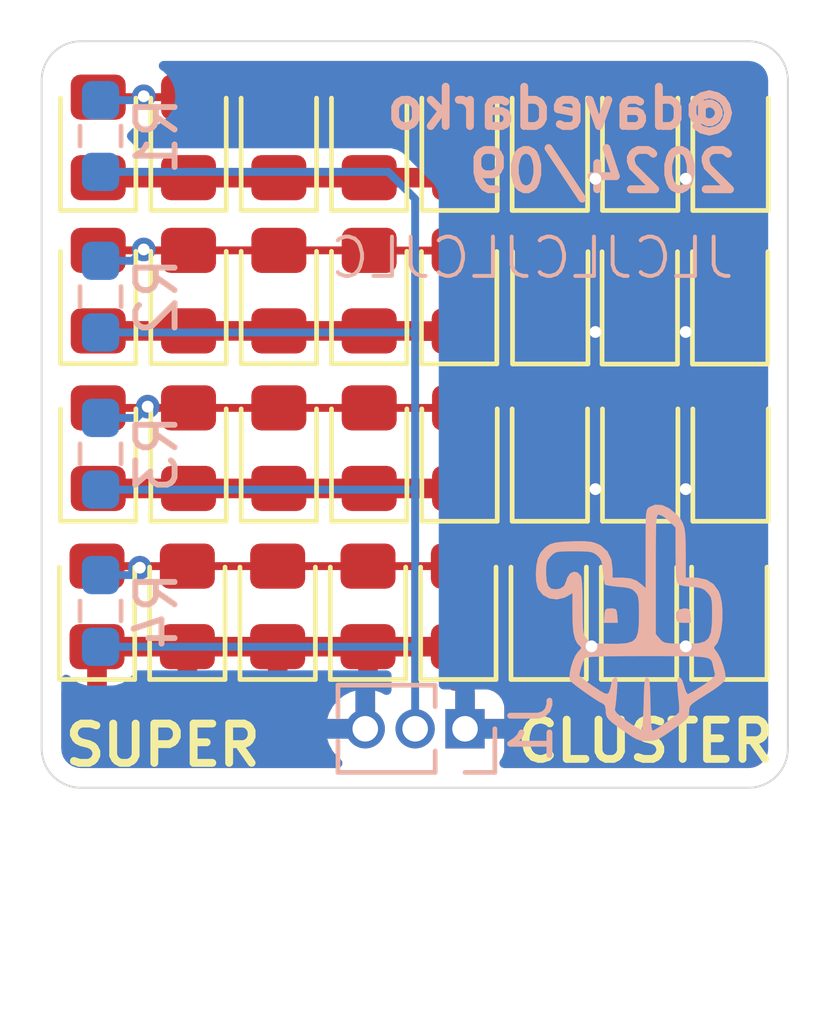
<source format=kicad_pcb>
(kicad_pcb (version 20240108) (generator "pcbnew") (generator_version "8.0")
  (layers (0 "F.Cu" signal) (31 "B.Cu" signal) (34 "B.Paste" user) (35 "F.Paste" user) (36 "B.SilkS" user "B.Silkscreen") (37 "F.SilkS" user "F.Silkscreen") (38 "B.Mask" user) (39 "F.Mask" user) (44 "Edge.Cuts" user))
  (net 0 "")
  (net 1 "Net-(D1-A)")
  (net 2 "GND")
  (net 3 "VCC")
  (net 4 "Net-(D10-A)")
  (net 5 "Net-(D17-A)")
  (net 6 "Net-(D25-A)")
  (footprint "LED_SMD:LED_0805_2012Metric_Pad1.15x1.40mm_HandSolder" (layer "F.Cu") (at 18.04 10.8575 90)
    (property "Reference" "D24" (hide yes))
    (property "Value" "LED")
    (fp_line (start 1 -0.96) (end -1.86 -0.96) (stroke (width 0.12)) (layer "F.SilkS"))
    (fp_line (start -1.86 -0.96) (end -1.86 0.96) (stroke (width 0.12)) (layer "F.SilkS"))
    (fp_line (start -1.86 0.96) (end 1 0.96) (stroke (width 0.12)) (layer "F.SilkS"))
    (pad "1" smd roundrect (at -1.025 0 90) (size 1.15 1.4) (layers "F.Cu" "F.Paste" "F.Mask") (roundrect_rratio 0.217391) (net 2 "GND"))
    (pad "2" smd roundrect (at 1.025 0 90) (size 1.15 1.4) (layers "F.Cu" "F.Paste" "F.Mask") (roundrect_rratio 0.217391) (net 5 "Net-(D17-A)"))
  )
  (footprint "LED_SMD:LED_0805_2012Metric_Pad1.15x1.40mm_HandSolder" (layer "F.Cu") (at 11.14 2.9475 90)
    (property "Reference" "D5" (hide yes))
    (property "Value" "LED")
    (fp_line (start 1 -0.96) (end -1.86 -0.96) (stroke (width 0.12)) (layer "F.SilkS"))
    (fp_line (start -1.86 -0.96) (end -1.86 0.96) (stroke (width 0.12)) (layer "F.SilkS"))
    (fp_line (start -1.86 0.96) (end 1 0.96) (stroke (width 0.12)) (layer "F.SilkS"))
    (pad "1" smd roundrect (at -1.025 0 90) (size 1.15 1.4) (layers "F.Cu" "F.Paste" "F.Mask") (roundrect_rratio 0.217391) (net 2 "GND"))
    (pad "2" smd roundrect (at 1.025 0 90) (size 1.15 1.4) (layers "F.Cu" "F.Paste" "F.Mask") (roundrect_rratio 0.217391) (net 1 "Net-(D1-A)"))
  )
  (footprint "LED_SMD:LED_0805_2012Metric_Pad1.15x1.40mm_HandSolder" (layer "F.Cu") (at 1.94 2.9475 90)
    (property "Reference" "D1" (hide yes))
    (property "Value" "LED")
    (fp_line (start 1 -0.96) (end -1.86 -0.96) (stroke (width 0.12)) (layer "F.SilkS"))
    (fp_line (start -1.86 -0.96) (end -1.86 0.96) (stroke (width 0.12)) (layer "F.SilkS"))
    (fp_line (start -1.86 0.96) (end 1 0.96) (stroke (width 0.12)) (layer "F.SilkS"))
    (pad "1" smd roundrect (at -1.025 0 90) (size 1.15 1.4) (layers "F.Cu" "F.Paste" "F.Mask") (roundrect_rratio 0.217391) (net 2 "GND"))
    (pad "2" smd roundrect (at 1.025 0 90) (size 1.15 1.4) (layers "F.Cu" "F.Paste" "F.Mask") (roundrect_rratio 0.217391) (net 1 "Net-(D1-A)"))
  )
  (footprint "LED_SMD:LED_0805_2012Metric_Pad1.15x1.40mm_HandSolder" (layer "F.Cu") (at 6.54 6.8475 90)
    (property "Reference" "D11" (hide yes))
    (property "Value" "LED")
    (fp_line (start 1 -0.96) (end -1.86 -0.96) (stroke (width 0.12)) (layer "F.SilkS"))
    (fp_line (start -1.86 -0.96) (end -1.86 0.96) (stroke (width 0.12)) (layer "F.SilkS"))
    (fp_line (start -1.86 0.96) (end 1 0.96) (stroke (width 0.12)) (layer "F.SilkS"))
    (pad "1" smd roundrect (at -1.025 0 90) (size 1.15 1.4) (layers "F.Cu" "F.Paste" "F.Mask") (roundrect_rratio 0.217391) (net 2 "GND"))
    (pad "2" smd roundrect (at 1.025 0 90) (size 1.15 1.4) (layers "F.Cu" "F.Paste" "F.Mask") (roundrect_rratio 0.217391) (net 4 "Net-(D10-A)"))
  )
  (footprint "LED_SMD:LED_0805_2012Metric_Pad1.15x1.40mm_HandSolder" (layer "F.Cu") (at 11.14 10.8575 90)
    (property "Reference" "D21" (hide yes))
    (property "Value" "LED")
    (fp_line (start 1 -0.96) (end -1.86 -0.96) (stroke (width 0.12)) (layer "F.SilkS"))
    (fp_line (start -1.86 -0.96) (end -1.86 0.96) (stroke (width 0.12)) (layer "F.SilkS"))
    (fp_line (start -1.86 0.96) (end 1 0.96) (stroke (width 0.12)) (layer "F.SilkS"))
    (pad "1" smd roundrect (at -1.025 0 90) (size 1.15 1.4) (layers "F.Cu" "F.Paste" "F.Mask") (roundrect_rratio 0.217391) (net 2 "GND"))
    (pad "2" smd roundrect (at 1.025 0 90) (size 1.15 1.4) (layers "F.Cu" "F.Paste" "F.Mask") (roundrect_rratio 0.217391) (net 5 "Net-(D17-A)"))
  )
  (footprint "LED_SMD:LED_0805_2012Metric_Pad1.15x1.40mm_HandSolder" (layer "F.Cu") (at 4.24 6.8475 90)
    (property "Reference" "D10" (hide yes))
    (property "Value" "LED")
    (fp_line (start 1 -0.96) (end -1.86 -0.96) (stroke (width 0.12)) (layer "F.SilkS"))
    (fp_line (start -1.86 -0.96) (end -1.86 0.96) (stroke (width 0.12)) (layer "F.SilkS"))
    (fp_line (start -1.86 0.96) (end 1 0.96) (stroke (width 0.12)) (layer "F.SilkS"))
    (pad "1" smd roundrect (at -1.025 0 90) (size 1.15 1.4) (layers "F.Cu" "F.Paste" "F.Mask") (roundrect_rratio 0.217391) (net 2 "GND"))
    (pad "2" smd roundrect (at 1.025 0 90) (size 1.15 1.4) (layers "F.Cu" "F.Paste" "F.Mask") (roundrect_rratio 0.217391) (net 4 "Net-(D10-A)"))
  )
  (footprint "LED_SMD:LED_0805_2012Metric_Pad1.15x1.40mm_HandSolder" (layer "F.Cu") (at 1.94 6.8475 90)
    (property "Reference" "D9" (hide yes))
    (property "Value" "LED")
    (fp_line (start 1 -0.96) (end -1.86 -0.96) (stroke (width 0.12)) (layer "F.SilkS"))
    (fp_line (start -1.86 -0.96) (end -1.86 0.96) (stroke (width 0.12)) (layer "F.SilkS"))
    (fp_line (start -1.86 0.96) (end 1 0.96) (stroke (width 0.12)) (layer "F.SilkS"))
    (pad "1" smd roundrect (at -1.025 0 90) (size 1.15 1.4) (layers "F.Cu" "F.Paste" "F.Mask") (roundrect_rratio 0.217391) (net 2 "GND"))
    (pad "2" smd roundrect (at 1.025 0 90) (size 1.15 1.4) (layers "F.Cu" "F.Paste" "F.Mask") (roundrect_rratio 0.217391) (net 4 "Net-(D10-A)"))
  )
  (footprint "LED_SMD:LED_0805_2012Metric_Pad1.15x1.40mm_HandSolder" (layer "F.Cu") (at 6.51 14.885 90)
    (property "Reference" "D27" (hide yes))
    (property "Value" "LED")
    (fp_line (start 1 -0.96) (end -1.86 -0.96) (stroke (width 0.12)) (layer "F.SilkS"))
    (fp_line (start -1.86 -0.96) (end -1.86 0.96) (stroke (width 0.12)) (layer "F.SilkS"))
    (fp_line (start -1.86 0.96) (end 1 0.96) (stroke (width 0.12)) (layer "F.SilkS"))
    (pad "1" smd roundrect (at -1.025 0 90) (size 1.15 1.4) (layers "F.Cu" "F.Paste" "F.Mask") (roundrect_rratio 0.217391) (net 2 "GND"))
    (pad "2" smd roundrect (at 1.025 0 90) (size 1.15 1.4) (layers "F.Cu" "F.Paste" "F.Mask") (roundrect_rratio 0.217391) (net 6 "Net-(D25-A)"))
  )
  (footprint "LED_SMD:LED_0805_2012Metric_Pad1.15x1.40mm_HandSolder" (layer "F.Cu") (at 15.73 6.8575 90)
    (property "Reference" "D15" (hide yes))
    (property "Value" "LED")
    (fp_line (start 1 -0.96) (end -1.86 -0.96) (stroke (width 0.12)) (layer "F.SilkS"))
    (fp_line (start -1.86 -0.96) (end -1.86 0.96) (stroke (width 0.12)) (layer "F.SilkS"))
    (fp_line (start -1.86 0.96) (end 1 0.96) (stroke (width 0.12)) (layer "F.SilkS"))
    (pad "1" smd roundrect (at -1.025 0 90) (size 1.15 1.4) (layers "F.Cu" "F.Paste" "F.Mask") (roundrect_rratio 0.217391) (net 2 "GND"))
    (pad "2" smd roundrect (at 1.025 0 90) (size 1.15 1.4) (layers "F.Cu" "F.Paste" "F.Mask") (roundrect_rratio 0.217391) (net 4 "Net-(D10-A)"))
  )
  (footprint "LED_SMD:LED_0805_2012Metric_Pad1.15x1.40mm_HandSolder" (layer "F.Cu") (at 15.74 10.8575 90)
    (property "Reference" "D23" (hide yes))
    (property "Value" "LED")
    (fp_line (start 1 -0.96) (end -1.86 -0.96) (stroke (width 0.12)) (layer "F.SilkS"))
    (fp_line (start -1.86 -0.96) (end -1.86 0.96) (stroke (width 0.12)) (layer "F.SilkS"))
    (fp_line (start -1.86 0.96) (end 1 0.96) (stroke (width 0.12)) (layer "F.SilkS"))
    (pad "1" smd roundrect (at -1.025 0 90) (size 1.15 1.4) (layers "F.Cu" "F.Paste" "F.Mask") (roundrect_rratio 0.217391) (net 2 "GND"))
    (pad "2" smd roundrect (at 1.025 0 90) (size 1.15 1.4) (layers "F.Cu" "F.Paste" "F.Mask") (roundrect_rratio 0.217391) (net 5 "Net-(D17-A)"))
  )
  (footprint "LED_SMD:LED_0805_2012Metric_Pad1.15x1.40mm_HandSolder" (layer "F.Cu") (at 13.41 14.885 90)
    (property "Reference" "D30" (hide yes))
    (property "Value" "LED")
    (fp_line (start 1 -0.96) (end -1.86 -0.96) (stroke (width 0.12)) (layer "F.SilkS"))
    (fp_line (start -1.86 -0.96) (end -1.86 0.96) (stroke (width 0.12)) (layer "F.SilkS"))
    (fp_line (start -1.86 0.96) (end 1 0.96) (stroke (width 0.12)) (layer "F.SilkS"))
    (pad "1" smd roundrect (at -1.025 0 90) (size 1.15 1.4) (layers "F.Cu" "F.Paste" "F.Mask") (roundrect_rratio 0.217391) (net 2 "GND"))
    (pad "2" smd roundrect (at 1.025 0 90) (size 1.15 1.4) (layers "F.Cu" "F.Paste" "F.Mask") (roundrect_rratio 0.217391) (net 6 "Net-(D25-A)"))
  )
  (footprint "LED_SMD:LED_0805_2012Metric_Pad1.15x1.40mm_HandSolder" (layer "F.Cu") (at 15.74 2.9475 90)
    (property "Reference" "D7" (hide yes))
    (property "Value" "LED")
    (fp_line (start 1 -0.96) (end -1.86 -0.96) (stroke (width 0.12)) (layer "F.SilkS"))
    (fp_line (start -1.86 -0.96) (end -1.86 0.96) (stroke (width 0.12)) (layer "F.SilkS"))
    (fp_line (start -1.86 0.96) (end 1 0.96) (stroke (width 0.12)) (layer "F.SilkS"))
    (pad "1" smd roundrect (at -1.025 0 90) (size 1.15 1.4) (layers "F.Cu" "F.Paste" "F.Mask") (roundrect_rratio 0.217391) (net 2 "GND"))
    (pad "2" smd roundrect (at 1.025 0 90) (size 1.15 1.4) (layers "F.Cu" "F.Paste" "F.Mask") (roundrect_rratio 0.217391) (net 1 "Net-(D1-A)"))
  )
  (footprint "LED_SMD:LED_0805_2012Metric_Pad1.15x1.40mm_HandSolder" (layer "F.Cu") (at 4.21 14.885 90)
    (property "Reference" "D26" (hide yes))
    (property "Value" "LED")
    (fp_line (start 1 -0.96) (end -1.86 -0.96) (stroke (width 0.12)) (layer "F.SilkS"))
    (fp_line (start -1.86 -0.96) (end -1.86 0.96) (stroke (width 0.12)) (layer "F.SilkS"))
    (fp_line (start -1.86 0.96) (end 1 0.96) (stroke (width 0.12)) (layer "F.SilkS"))
    (pad "1" smd roundrect (at -1.025 0 90) (size 1.15 1.4) (layers "F.Cu" "F.Paste" "F.Mask") (roundrect_rratio 0.217391) (net 2 "GND"))
    (pad "2" smd roundrect (at 1.025 0 90) (size 1.15 1.4) (layers "F.Cu" "F.Paste" "F.Mask") (roundrect_rratio 0.217391) (net 6 "Net-(D25-A)"))
  )
  (footprint "LED_SMD:LED_0805_2012Metric_Pad1.15x1.40mm_HandSolder" (layer "F.Cu") (at 11.13 6.8525 90)
    (property "Reference" "D13" (hide yes))
    (property "Value" "LED")
    (fp_line (start 1 -0.96) (end -1.86 -0.96) (stroke (width 0.12)) (layer "F.SilkS"))
    (fp_line (start -1.86 -0.96) (end -1.86 0.96) (stroke (width 0.12)) (layer "F.SilkS"))
    (fp_line (start -1.86 0.96) (end 1 0.96) (stroke (width 0.12)) (layer "F.SilkS"))
    (pad "1" smd roundrect (at -1.025 0 90) (size 1.15 1.4) (layers "F.Cu" "F.Paste" "F.Mask") (roundrect_rratio 0.217391) (net 2 "GND"))
    (pad "2" smd roundrect (at 1.025 0 90) (size 1.15 1.4) (layers "F.Cu" "F.Paste" "F.Mask") (roundrect_rratio 0.217391) (net 4 "Net-(D10-A)"))
  )
  (footprint "LED_SMD:LED_0805_2012Metric_Pad1.15x1.40mm_HandSolder" (layer "F.Cu") (at 4.24 2.9475 90)
    (property "Reference" "D2" (hide yes))
    (property "Value" "LED")
    (fp_line (start 1 -0.96) (end -1.86 -0.96) (stroke (width 0.12)) (layer "F.SilkS"))
    (fp_line (start -1.86 -0.96) (end -1.86 0.96) (stroke (width 0.12)) (layer "F.SilkS"))
    (fp_line (start -1.86 0.96) (end 1 0.96) (stroke (width 0.12)) (layer "F.SilkS"))
    (pad "1" smd roundrect (at -1.025 0 90) (size 1.15 1.4) (layers "F.Cu" "F.Paste" "F.Mask") (roundrect_rratio 0.217391) (net 2 "GND"))
    (pad "2" smd roundrect (at 1.025 0 90) (size 1.15 1.4) (layers "F.Cu" "F.Paste" "F.Mask") (roundrect_rratio 0.217391) (net 1 "Net-(D1-A)"))
  )
  (footprint "LED_SMD:LED_0805_2012Metric_Pad1.15x1.40mm_HandSolder" (layer "F.Cu") (at 6.54 10.8575 90)
    (property "Reference" "D19" (hide yes))
    (property "Value" "LED")
    (fp_line (start 1 -0.96) (end -1.86 -0.96) (stroke (width 0.12)) (layer "F.SilkS"))
    (fp_line (start -1.86 -0.96) (end -1.86 0.96) (stroke (width 0.12)) (layer "F.SilkS"))
    (fp_line (start -1.86 0.96) (end 1 0.96) (stroke (width 0.12)) (layer "F.SilkS"))
    (pad "1" smd roundrect (at -1.025 0 90) (size 1.15 1.4) (layers "F.Cu" "F.Paste" "F.Mask") (roundrect_rratio 0.217391) (net 2 "GND"))
    (pad "2" smd roundrect (at 1.025 0 90) (size 1.15 1.4) (layers "F.Cu" "F.Paste" "F.Mask") (roundrect_rratio 0.217391) (net 5 "Net-(D17-A)"))
  )
  (footprint "LED_SMD:LED_0805_2012Metric_Pad1.15x1.40mm_HandSolder" (layer "F.Cu") (at 11.11 14.885 90)
    (property "Reference" "D29" (hide yes))
    (property "Value" "LED")
    (fp_line (start 1 -0.96) (end -1.86 -0.96) (stroke (width 0.12)) (layer "F.SilkS"))
    (fp_line (start -1.86 -0.96) (end -1.86 0.96) (stroke (width 0.12)) (layer "F.SilkS"))
    (fp_line (start -1.86 0.96) (end 1 0.96) (stroke (width 0.12)) (layer "F.SilkS"))
    (pad "1" smd roundrect (at -1.025 0 90) (size 1.15 1.4) (layers "F.Cu" "F.Paste" "F.Mask") (roundrect_rratio 0.217391) (net 2 "GND"))
    (pad "2" smd roundrect (at 1.025 0 90) (size 1.15 1.4) (layers "F.Cu" "F.Paste" "F.Mask") (roundrect_rratio 0.217391) (net 6 "Net-(D25-A)"))
  )
  (footprint "LED_SMD:LED_0805_2012Metric_Pad1.15x1.40mm_HandSolder" (layer "F.Cu") (at 13.44 10.8575 90)
    (property "Reference" "D22" (hide yes))
    (property "Value" "LED")
    (fp_line (start 1 -0.96) (end -1.86 -0.96) (stroke (width 0.12)) (layer "F.SilkS"))
    (fp_line (start -1.86 -0.96) (end -1.86 0.96) (stroke (width 0.12)) (layer "F.SilkS"))
    (fp_line (start -1.86 0.96) (end 1 0.96) (stroke (width 0.12)) (layer "F.SilkS"))
    (pad "1" smd roundrect (at -1.025 0 90) (size 1.15 1.4) (layers "F.Cu" "F.Paste" "F.Mask") (roundrect_rratio 0.217391) (net 2 "GND"))
    (pad "2" smd roundrect (at 1.025 0 90) (size 1.15 1.4) (layers "F.Cu" "F.Paste" "F.Mask") (roundrect_rratio 0.217391) (net 5 "Net-(D17-A)"))
  )
  (footprint "LED_SMD:LED_0805_2012Metric_Pad1.15x1.40mm_HandSolder" (layer "F.Cu") (at 8.81 14.885 90)
    (property "Reference" "D28" (hide yes))
    (property "Value" "LED")
    (fp_line (start 1 -0.96) (end -1.86 -0.96) (stroke (width 0.12)) (layer "F.SilkS"))
    (fp_line (start -1.86 -0.96) (end -1.86 0.96) (stroke (width 0.12)) (layer "F.SilkS"))
    (fp_line (start -1.86 0.96) (end 1 0.96) (stroke (width 0.12)) (layer "F.SilkS"))
    (pad "1" smd roundrect (at -1.025 0 90) (size 1.15 1.4) (layers "F.Cu" "F.Paste" "F.Mask") (roundrect_rratio 0.217391) (net 2 "GND"))
    (pad "2" smd roundrect (at 1.025 0 90) (size 1.15 1.4) (layers "F.Cu" "F.Paste" "F.Mask") (roundrect_rratio 0.217391) (net 6 "Net-(D25-A)"))
  )
  (footprint "LED_SMD:LED_0805_2012Metric_Pad1.15x1.40mm_HandSolder" (layer "F.Cu") (at 13.44 2.9475 90)
    (property "Reference" "D6" (hide yes))
    (property "Value" "LED")
    (fp_line (start 1 -0.96) (end -1.86 -0.96) (stroke (width 0.12)) (layer "F.SilkS"))
    (fp_line (start -1.86 -0.96) (end -1.86 0.96) (stroke (width 0.12)) (layer "F.SilkS"))
    (fp_line (start -1.86 0.96) (end 1 0.96) (stroke (width 0.12)) (layer "F.SilkS"))
    (pad "1" smd roundrect (at -1.025 0 90) (size 1.15 1.4) (layers "F.Cu" "F.Paste" "F.Mask") (roundrect_rratio 0.217391) (net 2 "GND"))
    (pad "2" smd roundrect (at 1.025 0 90) (size 1.15 1.4) (layers "F.Cu" "F.Paste" "F.Mask") (roundrect_rratio 0.217391) (net 1 "Net-(D1-A)"))
  )
  (footprint "LED_SMD:LED_0805_2012Metric_Pad1.15x1.40mm_HandSolder" (layer "F.Cu") (at 6.54 2.9475 90)
    (property "Reference" "D3" (hide yes))
    (property "Value" "LED")
    (fp_line (start 1 -0.96) (end -1.86 -0.96) (stroke (width 0.12)) (layer "F.SilkS"))
    (fp_line (start -1.86 -0.96) (end -1.86 0.96) (stroke (width 0.12)) (layer "F.SilkS"))
    (fp_line (start -1.86 0.96) (end 1 0.96) (stroke (width 0.12)) (layer "F.SilkS"))
    (pad "1" smd roundrect (at -1.025 0 90) (size 1.15 1.4) (layers "F.Cu" "F.Paste" "F.Mask") (roundrect_rratio 0.217391) (net 2 "GND"))
    (pad "2" smd roundrect (at 1.025 0 90) (size 1.15 1.4) (layers "F.Cu" "F.Paste" "F.Mask") (roundrect_rratio 0.217391) (net 1 "Net-(D1-A)"))
  )
  (footprint "LED_SMD:LED_0805_2012Metric_Pad1.15x1.40mm_HandSolder" (layer "F.Cu") (at 1.91 14.885 90)
    (property "Reference" "D25" (hide yes))
    (property "Value" "LED")
    (fp_line (start 1 -0.96) (end -1.86 -0.96) (stroke (width 0.12)) (layer "F.SilkS"))
    (fp_line (start -1.86 -0.96) (end -1.86 0.96) (stroke (width 0.12)) (layer "F.SilkS"))
    (fp_line (start -1.86 0.96) (end 1 0.96) (stroke (width 0.12)) (layer "F.SilkS"))
    (pad "1" smd roundrect (at -1.025 0 90) (size 1.15 1.4) (layers "F.Cu" "F.Paste" "F.Mask") (roundrect_rratio 0.217391) (net 2 "GND"))
    (pad "2" smd roundrect (at 1.025 0 90) (size 1.15 1.4) (layers "F.Cu" "F.Paste" "F.Mask") (roundrect_rratio 0.217391) (net 6 "Net-(D25-A)"))
  )
  (footprint "LED_SMD:LED_0805_2012Metric_Pad1.15x1.40mm_HandSolder" (layer "F.Cu") (at 18.01 14.885 90)
    (property "Reference" "D32" (hide yes))
    (property "Value" "LED")
    (fp_line (start 1 -0.96) (end -1.86 -0.96) (stroke (width 0.12)) (layer "F.SilkS"))
    (fp_line (start -1.86 -0.96) (end -1.86 0.96) (stroke (width 0.12)) (layer "F.SilkS"))
    (fp_line (start -1.86 0.96) (end 1 0.96) (stroke (width 0.12)) (layer "F.SilkS"))
    (pad "1" smd roundrect (at -1.025 0 90) (size 1.15 1.4) (layers "F.Cu" "F.Paste" "F.Mask") (roundrect_rratio 0.217391) (net 2 "GND"))
    (pad "2" smd roundrect (at 1.025 0 90) (size 1.15 1.4) (layers "F.Cu" "F.Paste" "F.Mask") (roundrect_rratio 0.217391) (net 6 "Net-(D25-A)"))
  )
  (footprint "LED_SMD:LED_0805_2012Metric_Pad1.15x1.40mm_HandSolder" (layer "F.Cu") (at 13.45 6.855 90)
    (property "Reference" "D14" (hide yes))
    (property "Value" "LED")
    (fp_line (start 1 -0.96) (end -1.86 -0.96) (stroke (width 0.12)) (layer "F.SilkS"))
    (fp_line (start -1.86 -0.96) (end -1.86 0.96) (stroke (width 0.12)) (layer "F.SilkS"))
    (fp_line (start -1.86 0.96) (end 1 0.96) (stroke (width 0.12)) (layer "F.SilkS"))
    (pad "1" smd roundrect (at -1.025 0 90) (size 1.15 1.4) (layers "F.Cu" "F.Paste" "F.Mask") (roundrect_rratio 0.217391) (net 2 "GND"))
    (pad "2" smd roundrect (at 1.025 0 90) (size 1.15 1.4) (layers "F.Cu" "F.Paste" "F.Mask") (roundrect_rratio 0.217391) (net 4 "Net-(D10-A)"))
  )
  (footprint "LED_SMD:LED_0805_2012Metric_Pad1.15x1.40mm_HandSolder" (layer "F.Cu") (at 18.04 2.9475 90)
    (property "Reference" "D8" (hide yes))
    (property "Value" "LED")
    (fp_line (start 1 -0.96) (end -1.86 -0.96) (stroke (width 0.12)) (layer "F.SilkS"))
    (fp_line (start -1.86 -0.96) (end -1.86 0.96) (stroke (width 0.12)) (layer "F.SilkS"))
    (fp_line (start -1.86 0.96) (end 1 0.96) (stroke (width 0.12)) (layer "F.SilkS"))
    (pad "1" smd roundrect (at -1.025 0 90) (size 1.15 1.4) (layers "F.Cu" "F.Paste" "F.Mask") (roundrect_rratio 0.217391) (net 2 "GND"))
    (pad "2" smd roundrect (at 1.025 0 90) (size 1.15 1.4) (layers "F.Cu" "F.Paste" "F.Mask") (roundrect_rratio 0.217391) (net 1 "Net-(D1-A)"))
  )
  (footprint "LED_SMD:LED_0805_2012Metric_Pad1.15x1.40mm_HandSolder" (layer "F.Cu") (at 4.24 10.8575 90)
    (property "Reference" "D18" (hide yes))
    (property "Value" "LED")
    (fp_line (start 1 -0.96) (end -1.86 -0.96) (stroke (width 0.12)) (layer "F.SilkS"))
    (fp_line (start -1.86 -0.96) (end -1.86 0.96) (stroke (width 0.12)) (layer "F.SilkS"))
    (fp_line (start -1.86 0.96) (end 1 0.96) (stroke (width 0.12)) (layer "F.SilkS"))
    (pad "1" smd roundrect (at -1.025 0 90) (size 1.15 1.4) (layers "F.Cu" "F.Paste" "F.Mask") (roundrect_rratio 0.217391) (net 2 "GND"))
    (pad "2" smd roundrect (at 1.025 0 90) (size 1.15 1.4) (layers "F.Cu" "F.Paste" "F.Mask") (roundrect_rratio 0.217391) (net 5 "Net-(D17-A)"))
  )
  (footprint "LED_SMD:LED_0805_2012Metric_Pad1.15x1.40mm_HandSolder" (layer "F.Cu") (at 8.84 2.9475 90)
    (property "Reference" "D4" (hide yes))
    (property "Value" "LED")
    (fp_line (start 1 -0.96) (end -1.86 -0.96) (stroke (width 0.12)) (layer "F.SilkS"))
    (fp_line (start -1.86 -0.96) (end -1.86 0.96) (stroke (width 0.12)) (layer "F.SilkS"))
    (fp_line (start -1.86 0.96) (end 1 0.96) (stroke (width 0.12)) (layer "F.SilkS"))
    (pad "1" smd roundrect (at -1.025 0 90) (size 1.15 1.4) (layers "F.Cu" "F.Paste" "F.Mask") (roundrect_rratio 0.217391) (net 2 "GND"))
    (pad "2" smd roundrect (at 1.025 0 90) (size 1.15 1.4) (layers "F.Cu" "F.Paste" "F.Mask") (roundrect_rratio 0.217391) (net 1 "Net-(D1-A)"))
  )
  (footprint "LED_SMD:LED_0805_2012Metric_Pad1.15x1.40mm_HandSolder" (layer "F.Cu") (at 8.84 6.8475 90)
    (property "Reference" "D12" (hide yes))
    (property "Value" "LED")
    (fp_line (start 1 -0.96) (end -1.86 -0.96) (stroke (width 0.12)) (layer "F.SilkS"))
    (fp_line (start -1.86 -0.96) (end -1.86 0.96) (stroke (width 0.12)) (layer "F.SilkS"))
    (fp_line (start -1.86 0.96) (end 1 0.96) (stroke (width 0.12)) (layer "F.SilkS"))
    (pad "1" smd roundrect (at -1.025 0 90) (size 1.15 1.4) (layers "F.Cu" "F.Paste" "F.Mask") (roundrect_rratio 0.217391) (net 2 "GND"))
    (pad "2" smd roundrect (at 1.025 0 90) (size 1.15 1.4) (layers "F.Cu" "F.Paste" "F.Mask") (roundrect_rratio 0.217391) (net 4 "Net-(D10-A)"))
  )
  (footprint "LED_SMD:LED_0805_2012Metric_Pad1.15x1.40mm_HandSolder" (layer "F.Cu") (at 18.03 6.8575 90)
    (property "Reference" "D16" (hide yes))
    (property "Value" "LED")
    (fp_line (start 1 -0.96) (end -1.86 -0.96) (stroke (width 0.12)) (layer "F.SilkS"))
    (fp_line (start -1.86 -0.96) (end -1.86 0.96) (stroke (width 0.12)) (layer "F.SilkS"))
    (fp_line (start -1.86 0.96) (end 1 0.96) (stroke (width 0.12)) (layer "F.SilkS"))
    (pad "1" smd roundrect (at -1.025 0 90) (size 1.15 1.4) (layers "F.Cu" "F.Paste" "F.Mask") (roundrect_rratio 0.217391) (net 2 "GND"))
    (pad "2" smd roundrect (at 1.025 0 90) (size 1.15 1.4) (layers "F.Cu" "F.Paste" "F.Mask") (roundrect_rratio 0.217391) (net 4 "Net-(D10-A)"))
  )
  (footprint "LED_SMD:LED_0805_2012Metric_Pad1.15x1.40mm_HandSolder" (layer "F.Cu") (at 1.94 10.8575 90)
    (property "Reference" "D17" (hide yes))
    (property "Value" "LED")
    (fp_line (start 1 -0.96) (end -1.86 -0.96) (stroke (width 0.12)) (layer "F.SilkS"))
    (fp_line (start -1.86 -0.96) (end -1.86 0.96) (stroke (width 0.12)) (layer "F.SilkS"))
    (fp_line (start -1.86 0.96) (end 1 0.96) (stroke (width 0.12)) (layer "F.SilkS"))
    (pad "1" smd roundrect (at -1.025 0 90) (size 1.15 1.4) (layers "F.Cu" "F.Paste" "F.Mask") (roundrect_rratio 0.217391) (net 2 "GND"))
    (pad "2" smd roundrect (at 1.025 0 90) (size 1.15 1.4) (layers "F.Cu" "F.Paste" "F.Mask") (roundrect_rratio 0.217391) (net 5 "Net-(D17-A)"))
  )
  (footprint "LED_SMD:LED_0805_2012Metric_Pad1.15x1.40mm_HandSolder" (layer "F.Cu") (at 15.71 14.885 90)
    (property "Reference" "D31" (hide yes))
    (property "Value" "LED")
    (fp_line (start 1 -0.96) (end -1.86 -0.96) (stroke (width 0.12)) (layer "F.SilkS"))
    (fp_line (start -1.86 -0.96) (end -1.86 0.96) (stroke (width 0.12)) (layer "F.SilkS"))
    (fp_line (start -1.86 0.96) (end 1 0.96) (stroke (width 0.12)) (layer "F.SilkS"))
    (pad "1" smd roundrect (at -1.025 0 90) (size 1.15 1.4) (layers "F.Cu" "F.Paste" "F.Mask") (roundrect_rratio 0.217391) (net 2 "GND"))
    (pad "2" smd roundrect (at 1.025 0 90) (size 1.15 1.4) (layers "F.Cu" "F.Paste" "F.Mask") (roundrect_rratio 0.217391) (net 6 "Net-(D25-A)"))
  )
  (footprint "LED_SMD:LED_0805_2012Metric_Pad1.15x1.40mm_HandSolder" (layer "F.Cu") (at 8.84 10.8575 90)
    (property "Reference" "D20" (hide yes))
    (property "Value" "LED")
    (fp_line (start 1 -0.96) (end -1.86 -0.96) (stroke (width 0.12)) (layer "F.SilkS"))
    (fp_line (start -1.86 -0.96) (end -1.86 0.96) (stroke (width 0.12)) (layer "F.SilkS"))
    (fp_line (start -1.86 0.96) (end 1 0.96) (stroke (width 0.12)) (layer "F.SilkS"))
    (pad "1" smd roundrect (at -1.025 0 90) (size 1.15 1.4) (layers "F.Cu" "F.Paste" "F.Mask") (roundrect_rratio 0.217391) (net 2 "GND"))
    (pad "2" smd roundrect (at 1.025 0 90) (size 1.15 1.4) (layers "F.Cu" "F.Paste" "F.Mask") (roundrect_rratio 0.217391) (net 5 "Net-(D17-A)"))
  )
  (footprint "Resistor_SMD:R_0603_1608Metric_Pad0.98x0.95mm_HandSolder" (layer "B.Cu") (at 2 7 90)
    (property "Reference" "R2" (at 0 1.43 90) (layer "B.SilkS") (effects (justify mirror)))
    (property "Value" "R")
    (fp_line (start 0.254724 -0.5225) (end -0.254724 -0.5225) (stroke (width 0.12)) (layer "B.SilkS"))
    (fp_line (start 0.254724 0.5225) (end -0.254724 0.5225) (stroke (width 0.12)) (layer "B.SilkS"))
    (pad "1" smd roundrect (at -0.9125 0 90) (size 0.975 0.95) (layers "B.Cu" "B.Paste" "B.Mask") (net 3 "VCC"))
    (pad "2" smd roundrect (at 0.9125 0 90) (size 0.975 0.95) (layers "B.Cu" "B.Paste" "B.Mask") (net 4 "Net-(D10-A)"))
  )
  (footprint "Resistor_SMD:R_0603_1608Metric_Pad0.98x0.95mm_HandSolder" (layer "B.Cu") (at 2 11 90)
    (property "Reference" "R3" (at 0 1.43 90) (layer "B.SilkS") (effects (justify mirror)))
    (property "Value" "R")
    (fp_line (start 0.254724 -0.5225) (end -0.254724 -0.5225) (stroke (width 0.12)) (layer "B.SilkS"))
    (fp_line (start 0.254724 0.5225) (end -0.254724 0.5225) (stroke (width 0.12)) (layer "B.SilkS"))
    (pad "1" smd roundrect (at -0.9125 0 90) (size 0.975 0.95) (layers "B.Cu" "B.Paste" "B.Mask") (net 3 "VCC"))
    (pad "2" smd roundrect (at 0.9125 0 90) (size 0.975 0.95) (layers "B.Cu" "B.Paste" "B.Mask") (net 5 "Net-(D17-A)"))
  )
  (footprint "Resistor_SMD:R_0603_1608Metric_Pad0.98x0.95mm_HandSolder" (layer "B.Cu") (at 2 2.9125 90)
    (property "Reference" "R1" (at 0 1.43 90) (layer "B.SilkS") (effects (justify mirror)))
    (property "Value" "R")
    (fp_line (start 0.254724 -0.5225) (end -0.254724 -0.5225) (stroke (width 0.12)) (layer "B.SilkS"))
    (fp_line (start 0.254724 0.5225) (end -0.254724 0.5225) (stroke (width 0.12)) (layer "B.SilkS"))
    (pad "1" smd roundrect (at -0.9125 0 90) (size 0.975 0.95) (layers "B.Cu" "B.Paste" "B.Mask") (net 3 "VCC"))
    (pad "2" smd roundrect (at 0.9125 0 90) (size 0.975 0.95) (layers "B.Cu" "B.Paste" "B.Mask") (net 1 "Net-(D1-A)"))
  )
  (footprint "Resistor_SMD:R_0603_1608Metric_Pad0.98x0.95mm_HandSolder" (layer "B.Cu") (at 2 15 90)
    (property "Reference" "R4" (at 0 1.43 90) (layer "B.SilkS") (effects (justify mirror)))
    (property "Value" "R")
    (fp_line (start 0.254724 -0.5225) (end -0.254724 -0.5225) (stroke (width 0.12)) (layer "B.SilkS"))
    (fp_line (start 0.254724 0.5225) (end -0.254724 0.5225) (stroke (width 0.12)) (layer "B.SilkS"))
    (pad "1" smd roundrect (at -0.9125 0 90) (size 0.975 0.95) (layers "B.Cu" "B.Paste" "B.Mask") (net 3 "VCC"))
    (pad "2" smd roundrect (at 0.9125 0 90) (size 0.975 0.95) (layers "B.Cu" "B.Paste" "B.Mask") (net 6 "Net-(D25-A)"))
  )
  (footprint "davedarko:davedarko_logo_silk_outline" (layer "B.Cu") (at 15.5 15.3 180)
    (property "Reference" "Ref**" (hide yes))
    (property "Value" "Val**" (hide yes))
    (fp_poly (pts (xy 0.601261 0.354649) (xy 0.646236 0.323337) (xy 0.664104 0.242256) (xy 0.669184 0.179917) (xy 0.682201 0) (xy 0.333798 0) (xy 0.346816 0.179917) (xy 0.359246 0.292707) (xy 0.388785 0.344569) (xy 0.456612 0.359142) (xy 0.508 0.359833) (xy 0.601261 0.354649)) (stroke (width 0.01)) (fill solid) (layer "B.SilkS"))
    (fp_poly (pts (xy -1.225178 0.332348) (xy -1.156659 0.252074) (xy -1.156377 0.122284) (xy -1.15874 0.112386) (xy -1.188279 0.039258) (xy -1.246032 0.007096) (xy -1.357907 0) (xy -1.528868 0) (xy -1.515851 0.179917) (xy -1.5033 0.292747) (xy -1.473815 0.344621) (xy -1.40683 0.359168) (xy -1.359281 0.359833) (xy -1.225178 0.332348)) (stroke (width 0.01)) (fill solid) (layer "B.SilkS"))
    (fp_poly (pts (xy -0.475086 2.939766) (xy -0.445363 2.916631) (xy -0.422667 2.88707) (xy -0.406052 2.840351) (xy -0.394569 2.765739) (xy -0.387271 2.652501) (xy -0.38321 2.489903) (xy -0.381439 2.267211) (xy -0.381009 1.973692) (xy -0.381 1.874054) (xy -0.381 0.874242) (xy -0.28575 0.960997) (xy -0.145494 1.067104) (xy 0.001808 1.123629) (xy 0.190337 1.142633) (xy 0.23005 1.143) (xy 0.465667 1.143) (xy 0.465667 1.356353) (xy 0.498547 1.609061) (xy 0.595652 1.810391) (xy 0.754683 1.956317) (xy 0.831739 1.996788) (xy 0.931201 2.034914) (xy 1.035305 2.058471) (xy 1.165749 2.069737) (xy 1.344234 2.070991) (xy 1.503448 2.067306) (xy 1.746902 2.055877) (xy 1.924691 2.03342) (xy 2.055732 1.992724) (xy 2.158939 1.926575) (xy 2.253228 1.827761) (xy 2.304367 1.761943) (xy 2.361332 1.636446) (xy 2.398118 1.457813) (xy 2.413149 1.255507) (xy 2.404846 1.05899) (xy 2.371634 0.897724) (xy 2.352992 0.853419) (xy 2.234215 0.708194) (xy 2.070257 0.620883) (xy 1.882064 0.596524) (xy 1.690582 0.64016) (xy 1.61925 0.67687) (xy 1.481667 0.760756) (xy 1.481667 0.252018) (xy 1.475347 -0.035964) (xy 1.454557 -0.25275) (xy 1.416544 -0.410994) (xy 1.358558 -0.523353) (xy 1.29959 -0.585718) (xy 1.259512 -0.630769) (xy 1.274614 -0.676049) (xy 1.333557 -0.733885) (xy 1.402547 -0.82818) (xy 1.46647 -0.969736) (xy 1.518061 -1.132461) (xy 1.550055 -1.290265) (xy 1.555188 -1.417058) (xy 1.539303 -1.47277) (xy 1.485455 -1.526718) (xy 1.378891 -1.612487) (xy 1.238537 -1.716776) (xy 1.083319 -1.826284) (xy 0.932161 -1.927709) (xy 0.80399 -2.007751) (xy 0.717731 -2.053109) (xy 0.709083 -2.056259) (xy 0.654904 -2.104812) (xy 0.635364 -2.214256) (xy 0.635 -2.23914) (xy 0.629878 -2.321185) (xy 0.607386 -2.391534) (xy 0.556833 -2.461829) (xy 0.467528 -2.543715) (xy 0.328781 -2.648834) (xy 0.130944 -2.788106) (xy -0.026076 -2.893794) (xy -0.140584 -2.958454) (xy -0.2377 -2.991994) (xy -0.342543 -3.004325) (xy -0.420514 -3.005667) (xy -0.538351 -3.001763) (xy -0.634427 -2.983701) (xy -0.732197 -2.941956) (xy -0.855121 -2.867001) (xy -0.991631 -2.773732) (xy -1.185839 -2.637081) (xy -1.320675 -2.536109) (xy -1.406996 -2.459206) (xy -1.455661 -2.394761) (xy -1.477526 -2.331165) (xy -1.483451 -2.256809) (xy -1.483593 -2.247689) (xy -1.488945 -2.173968) (xy -1.51198 -2.115441) (xy -1.566433 -2.057582) (xy -1.666041 -1.985864) (xy -1.824539 -1.885761) (xy -1.827654 -1.883833) (xy -2.060021 -1.736221) (xy -2.226072 -1.620616) (xy -2.334469 -1.5297) (xy -2.393874 -1.456151) (xy -2.412949 -1.39265) (xy -2.413 -1.389169) (xy -2.405966 -1.335566) (xy -2.144521 -1.335566) (xy -2.117813 -1.387107) (xy -2.049135 -1.450543) (xy -1.926429 -1.538244) (xy -1.831941 -1.601046) (xy -1.681921 -1.696492) (xy -1.556096 -1.770927) (xy -1.4726 -1.813895) (xy -1.451685 -1.820333) (xy -1.41651 -1.782866) (xy -1.376731 -1.686913) (xy -1.354667 -1.608667) (xy -1.311542 -1.475189) (xy -1.264092 -1.404383) (xy -1.244611 -1.397) (xy -1.210653 -1.414362) (xy -1.192425 -1.473715) (xy -1.189477 -1.585957) (xy -1.201361 -1.761989) (xy -1.221498 -1.958334) (xy -1.234037 -2.10886) (xy -1.236163 -2.226849) (xy -1.227605 -2.2861) (xy -1.178122 -2.334936) (xy -1.079667 -2.412924) (xy -0.952385 -2.506022) (xy -0.816421 -2.600189) (xy -0.691919 -2.681384) (xy -0.599027 -2.735565) (xy -0.561992 -2.750036) (xy -0.540569 -2.726224) (xy -0.524146 -2.647911) (xy -0.511956 -2.507063) (xy -0.503232 -2.295647) (xy -0.498492 -2.085453) (xy -0.49307 -1.831217) (xy -0.48614 -1.649514) (xy -0.476238 -1.528207) (xy -0.461903 -1.455162) (xy -0.441672 -1.418245) (xy -0.416594 -1.405756) (xy -0.389608 -1.408584) (xy -0.369856 -1.436875) (xy -0.355782 -1.50241) (xy -0.345832 -1.616973) (xy -0.33845 -1.792347) (xy -0.332083 -2.040316) (xy -0.331928 -2.047352) (xy -0.325152 -2.274872) (xy -0.315944 -2.471932) (xy -0.30528 -2.623256) (xy -0.294137 -2.713567) (xy -0.288179 -2.731676) (xy -0.243534 -2.721293) (xy -0.146824 -2.669815) (xy -0.014115 -2.586409) (xy 0.083813 -2.519435) (xy 0.257136 -2.391098) (xy 0.362403 -2.297245) (xy 0.405887 -2.231816) (xy 0.406428 -2.207891) (xy 0.394147 -2.13537) (xy 0.378745 -2.002596) (xy 0.362912 -1.833783) (xy 0.357513 -1.767417) (xy 0.345433 -1.58765) (xy 0.344371 -1.476514) (xy 0.355845 -1.418503) (xy 0.381374 -1.398116) (xy 0.393796 -1.397) (xy 0.449939 -1.435782) (xy 0.488863 -1.534583) (xy 0.522895 -1.686404) (xy 0.555523 -1.778881) (xy 0.601591 -1.814887) (xy 0.675947 -1.797301) (xy 0.793434 -1.728997) (xy 0.951748 -1.624256) (xy 1.102351 -1.520201) (xy 1.222093 -1.430181) (xy 1.29596 -1.36592) (xy 1.312333 -1.34264) (xy 1.298528 -1.258552) (xy 1.264773 -1.13525) (xy 1.222557 -1.0092) (xy 1.18337 -0.916868) (xy 1.172738 -0.899583) (xy 1.141991 -0.884948) (xy 1.069748 -0.87305) (xy 0.949448 -0.863669) (xy 0.774531 -0.856583) (xy 0.538439 -0.851571) (xy 0.234611 -0.848414) (xy -0.143512 -0.846889) (xy -0.399259 -0.846667) (xy -0.814844 -0.846822) (xy -1.153849 -0.847995) (xy -1.42436 -0.851249) (xy -1.634463 -0.857647) (xy -1.792245 -0.868252) (xy -1.905792 -0.884125) (xy -1.98319 -0.906329) (xy -2.032526 -0.935927) (xy -2.061886 -0.973982) (xy -2.079356 -1.021556) (xy -2.090594 -1.068917) (xy -2.120049 -1.196027) (xy -2.141312 -1.283546) (xy -2.144521 -1.335566) (xy -2.405966 -1.335566) (xy -2.394963 -1.251718) (xy -2.348485 -1.08382) (xy -2.285019 -0.917354) (xy -2.216018 -0.784198) (xy -2.177876 -0.734694) (xy -2.118782 -0.656718) (xy -2.122806 -0.610069) (xy -2.123808 -0.60942) (xy -2.201355 -0.518219) (xy -2.262455 -0.362718) (xy -2.305635 -0.161946) (xy -2.329422 0.065066) (xy -2.331277 0.213755) (xy -2.074333 0.213755) (xy -2.068176 -0.058577) (xy -2.042294 -0.257951) (xy -1.985573 -0.395159) (xy -1.886897 -0.480993) (xy -1.735152 -0.526243) (xy -1.519223 -0.541702) (xy -1.297999 -0.539995) (xy -1.094849 -0.534202) (xy -0.958032 -0.525441) (xy -0.869224 -0.509479) (xy -0.810101 -0.482083) (xy -0.762339 -0.439017) (xy -0.737082 -0.410389) (xy -0.635 -0.291612) (xy -0.635 0.197559) (xy -0.211667 0.197559) (xy -0.206612 -0.06789) (xy -0.18395 -0.262121) (xy -0.132434 -0.395802) (xy -0.040818 -0.479603) (xy 0.102146 -0.524193) (xy 0.307704 -0.540242) (xy 0.564668 -0.538908) (xy 0.767767 -0.533612) (xy 0.904525 -0.525216) (xy 0.99326 -0.509524) (xy 1.052289 -0.482338) (xy 1.099932 -0.439461) (xy 1.125585 -0.410389) (xy 1.163319 -0.363082) (xy 1.190387 -0.313309) (xy 1.208559 -0.246899) (xy 1.219604 -0.149682) (xy 1.225289 -0.007489) (xy 1.227385 0.193851) (xy 1.227667 0.407311) (xy 1.23008 0.647067) (xy 1.236751 0.861021) (xy 1.246827 1.033105) (xy 1.259457 1.147253) (xy 1.268824 1.183136) (xy 1.352004 1.274289) (xy 1.450582 1.294174) (xy 1.544748 1.248519) (xy 1.614689 1.143055) (xy 1.632938 1.077839) (xy 1.689821 0.938) (xy 1.799227 0.863118) (xy 1.92036 0.846667) (xy 2.032978 0.866917) (xy 2.106152 0.935105) (xy 2.146078 1.062384) (xy 2.158952 1.25991) (xy 2.159 1.27628) (xy 2.155761 1.437695) (xy 2.140649 1.542021) (xy 2.105569 1.616753) (xy 2.042426 1.689383) (xy 2.035256 1.69659) (xy 1.977954 1.750721) (xy 1.923077 1.786195) (xy 1.851856 1.806953) (xy 1.745522 1.816936) (xy 1.585302 1.820085) (xy 1.445838 1.820333) (xy 1.238453 1.818985) (xy 1.096621 1.812685) (xy 1.001243 1.798054) (xy 0.933218 1.771712) (xy 0.873447 1.730278) (xy 0.85613 1.715967) (xy 0.788764 1.649636) (xy 0.747092 1.573838) (xy 0.721479 1.462782) (xy 0.703925 1.308479) (xy 0.687584 1.155263) (xy 0.671017 1.03651) (xy 0.657614 0.976236) (xy 0.656791 0.974677) (xy 0.608474 0.956957) (xy 0.497492 0.937612) (xy 0.345686 0.920257) (xy 0.308331 0.917012) (xy 0.133097 0.898997) (xy 0.019143 0.874973) (xy -0.056905 0.837471) (xy -0.116417 0.78132) (xy -0.158331 0.726225) (xy -0.185822 0.663139) (xy -0.201877 0.573756) (xy -0.209484 0.439768) (xy -0.21163 0.242867) (xy -0.211667 0.197559) (xy -0.635 0.197559) (xy -0.635 1.230027) (xy -0.63508 1.628653) (xy -0.635641 1.950765) (xy -0.637162 2.204518) (xy -0.640125 2.398064) (xy -0.645009 2.539556) (xy -0.652295 2.637149) (xy -0.662464 2.698995) (xy -0.675995 2.733249) (xy -0.693369 2.748062) (xy -0.715066 2.75159) (xy -0.724647 2.751667) (xy -0.803767 2.722989) (xy -0.909835 2.649438) (xy -0.978647 2.587314) (xy -1.143 2.422961) (xy -1.143 1.785736) (xy -1.145519 1.553938) (xy -1.152448 1.34547) (xy -1.162848 1.178227) (xy -1.175778 1.070104) (xy -1.18184 1.046356) (xy -1.210781 0.992473) (xy -1.260699 0.958527) (xy -1.351889 0.937087) (xy -1.504644 0.920725) (xy -1.53109 0.9185) (xy -1.698488 0.901042) (xy -1.80741 0.876327) (xy -1.884014 0.834841) (xy -1.95446 0.767066) (xy -1.957917 0.763232) (xy -2.011388 0.698625) (xy -2.045366 0.634946) (xy -2.06425 0.55144) (xy -2.072436 0.427352) (xy -2.074322 0.241926) (xy -2.074333 0.213755) (xy -2.331277 0.213755) (xy -2.332345 0.299287) (xy -2.312929 0.521687) (xy -2.269704 0.713236) (xy -2.233083 0.802815) (xy -2.102551 0.981326) (xy -1.92551 1.09279) (xy -1.69589 1.140573) (xy -1.619911 1.143) (xy -1.397 1.143) (xy -1.397 1.754078) (xy -1.39451 2.033696) (xy -1.384655 2.244499) (xy -1.363856 2.402255) (xy -1.328534 2.52273) (xy -1.275111 2.621692) (xy -1.200007 2.714908) (xy -1.172154 2.744695) (xy -0.982941 2.905032) (xy -0.796668 2.991133) (xy -0.621151 3.000809) (xy -0.475086 2.939766)) (stroke (width 0.01)) (fill solid) (layer "B.SilkS"))
  )
  (footprint "Connector_PinHeader_1.27mm:PinHeader_1x03_P1.27mm_Vertical" (layer "B.Cu") (at 11.28 18 90)
    (property "Reference" "J1" (at 0 1.695 90) (layer "B.SilkS") (effects (justify mirror)))
    (property "Value" "Conn_01x03_Socket")
    (fp_line (start 1.11 -3.235) (end 0.30753 -3.235) (stroke (width 0.12)) (layer "B.SilkS"))
    (fp_line (start 1.11 -3.235) (end 1.11 -0.76) (stroke (width 0.12)) (layer "B.SilkS"))
    (fp_line (start -0.30753 -3.235) (end -1.11 -3.235) (stroke (width 0.12)) (layer "B.SilkS"))
    (fp_line (start -1.11 -3.235) (end -1.11 -0.76) (stroke (width 0.12)) (layer "B.SilkS"))
    (fp_line (start 1.11 -0.76) (end 0.563471 -0.76) (stroke (width 0.12)) (layer "B.SilkS"))
    (fp_line (start -0.563471 -0.76) (end -1.11 -0.76) (stroke (width 0.12)) (layer "B.SilkS"))
    (fp_line (start 0 0.76) (end -1.11 0.76) (stroke (width 0.12)) (layer "B.SilkS"))
    (fp_line (start -1.11 0.76) (end -1.11 0) (stroke (width 0.12)) (layer "B.SilkS"))
    (pad "1" thru_hole rect (at 0 0 90) (size 1 1) (drill 0.65) (layers "*.Cu" "*.Mask") (net 2 "GND"))
    (pad "2" thru_hole oval (at 0 -1.27 90) (size 1 1) (drill 0.65) (layers "*.Cu" "*.Mask") (net 3 "VCC"))
    (pad "3" thru_hole oval (at 0 -2.54 90) (size 1 1) (drill 0.65) (layers "*.Cu" "*.Mask") (net 2 "GND"))
  )
  (gr_arc (start 18.5 0.5) (mid 19.207107 0.792893) (end 19.5 1.5) (stroke (width 0.05)) (layer "Edge.Cuts"))
  (gr_line (start 1.5 19.5) (end 18.5 19.5) (stroke (width 0.05)) (layer "Edge.Cuts"))
  (gr_arc (start 19.5 18.5) (mid 19.207107 19.207107) (end 18.5 19.5) (stroke (width 0.05)) (layer "Edge.Cuts"))
  (gr_line (start 0.5 1.5) (end 0.5 18.5) (stroke (width 0.05)) (layer "Edge.Cuts"))
  (gr_arc (start 1.5 19.5) (mid 0.792893 19.207107) (end 0.5 18.5) (stroke (width 0.05)) (layer "Edge.Cuts"))
  (gr_arc (start 0.5 1.5) (mid 0.792893 0.792893) (end 1.5 0.5) (stroke (width 0.05)) (layer "Edge.Cuts"))
  (gr_line (start 19.5 18.5) (end 19.5 1.5) (stroke (width 0.05)) (layer "Edge.Cuts"))
  (gr_line (start 18.5 0.5) (end 1.5 0.5) (stroke (width 0.05)) (layer "Edge.Cuts"))
  (gr_text "@davedarko\n2024/09" (at 18.3 4.4 0) (layer "B.SilkS") (effects (font (size 1 1) (thickness 0.2) (bold yes)) (justify left bottom mirror)))
  (gr_text "JLCJLCJLCJLC" (at 18.2 6.6 0) (layer "B.SilkS") (effects (font (size 1 1) (thickness 0.1)) (justify left bottom mirror)))
  (gr_text "SUPER" (at 1 19 0) (layer "F.SilkS") (effects (font (size 1 1) (thickness 0.2) (bold yes)) (justify left bottom)))
  (gr_text "CLUSTER" (at 12.5 18.9 0) (layer "F.SilkS") (effects (font (size 1 1) (thickness 0.2) (bold yes)) (justify left bottom)))
  (segment (start 1.94 1.9225) (end 4.24 1.9225) (width 0.2) (layer "F.Cu") (net 1))
  (segment (start 13.44 1.9225) (end 11.14 1.9225) (width 0.2) (layer "F.Cu") (net 1))
  (segment (start 11.14 1.9225) (end 8.84 1.9225) (width 0.2) (layer "F.Cu") (net 1))
  (segment (start 18.04 1.9225) (end 15.74 1.9225) (width 0.2) (layer "F.Cu") (net 1))
  (segment (start 15.74 1.9225) (end 13.44 1.9225) (width 0.2) (layer "F.Cu") (net 1))
  (segment (start 8.84 1.9225) (end 6.54 1.9225) (width 0.2) (layer "F.Cu") (net 1))
  (segment (start 4.24 1.9225) (end 6.54 1.9225) (width 0.2) (layer "F.Cu") (net 1))
  (via (at 3.1 1.9) (size 0.6) (drill 0.3) (layers "F.Cu" "B.Cu") (net 1))
  (segment (start 3 2) (end 3.1 1.9) (width 0.2) (layer "B.Cu") (net 1))
  (segment (start 2 2) (end 3 2) (width 0.2) (layer "B.Cu") (net 1))
  (via (at 14.6 4) (size 0.6) (drill 0.3) (layers "F.Cu" "B.Cu") (net 2))
  (via (at 16.9 11.9) (size 0.6) (drill 0.3) (layers "F.Cu" "B.Cu") (net 2))
  (via (at 14.5 15.9) (size 0.6) (drill 0.3) (layers "F.Cu" "B.Cu") (net 2))
  (via (at 14.6 7.9) (size 0.6) (drill 0.3) (layers "F.Cu" "B.Cu") (net 2))
  (via (at 14.6 11.9) (size 0.6) (drill 0.3) (layers "F.Cu" "B.Cu") (net 2))
  (via (at 16.9 4) (size 0.6) (drill 0.3) (layers "F.Cu" "B.Cu") (net 2))
  (via (at 16.9 15.9) (size 0.6) (drill 0.3) (layers "F.Cu" "B.Cu") (net 2))
  (via (at 16.9 7.9) (size 0.6) (drill 0.3) (layers "F.Cu" "B.Cu") (net 2))
  (segment (start 10.01 7.9) (end 10.01 11.9) (width 0.2) (layer "B.Cu") (net 3))
  (segment (start 9.9975 11.9125) (end 10.01 11.9) (width 0.2) (layer "B.Cu") (net 3))
  (segment (start 2 11.9125) (end 9.9975 11.9125) (width 0.2) (layer "B.Cu") (net 3))
  (segment (start 2 7.9125) (end 9.9975 7.9125) (width 0.2) (layer "B.Cu") (net 3))
  (segment (start 9.9975 15.9125) (end 10.01 15.9) (width 0.2) (layer "B.Cu") (net 3))
  (segment (start 10.01 4.51) (end 10.01 7.9) (width 0.2) (layer "B.Cu") (net 3))
  (segment (start 9.325 3.825) (end 10.01 4.51) (width 0.2) (layer "B.Cu") (net 3))
  (segment (start 2 3.825) (end 9.325 3.825) (width 0.2) (layer "B.Cu") (net 3))
  (segment (start 10.01 15.9) (end 10.01 18) (width 0.2) (layer "B.Cu") (net 3))
  (segment (start 2 15.9125) (end 9.9975 15.9125) (width 0.2) (layer "B.Cu") (net 3))
  (segment (start 10.01 11.9) (end 10.01 15.9) (width 0.2) (layer "B.Cu") (net 3))
  (segment (start 9.9975 7.9125) (end 10.01 7.9) (width 0.2) (layer "B.Cu") (net 3))
  (segment (start 1.94 5.8225) (end 4.24 5.8225) (width 0.2) (layer "F.Cu") (net 4))
  (segment (start 11.13 5.8275) (end 8.845 5.8275) (width 0.2) (layer "F.Cu") (net 4))
  (segment (start 6.54 5.8225) (end 4.24 5.8225) (width 0.2) (layer "F.Cu") (net 4))
  (segment (start 11.1325 5.83) (end 11.13 5.8275) (width 0.2) (layer "F.Cu") (net 4))
  (segment (start 13.4525 5.8325) (end 13.45 5.83) (width 0.2) (layer "F.Cu") (net 4))
  (segment (start 13.45 5.83) (end 11.1325 5.83) (width 0.2) (layer "F.Cu") (net 4))
  (segment (start 15.73 5.8325) (end 13.4525 5.8325) (width 0.2) (layer "F.Cu") (net 4))
  (segment (start 6.54 5.8225) (end 8.84 5.8225) (width 0.2) (layer "F.Cu") (net 4))
  (segment (start 18.03 5.8325) (end 15.73 5.8325) (width 0.2) (layer "F.Cu") (net 4))
  (segment (start 8.845 5.8275) (end 8.84 5.8225) (width 0.2) (layer "F.Cu") (net 4))
  (via (at 3.1 5.8) (size 0.6) (drill 0.3) (layers "F.Cu" "B.Cu") (net 4))
  (segment (start 2 6.0875) (end 2.8125 6.0875) (width 0.2) (layer "B.Cu") (net 4))
  (segment (start 2.8125 6.0875) (end 3.1 5.8) (width 0.2) (layer "B.Cu") (net 4))
  (segment (start 4.24 9.8325) (end 1.94 9.8325) (width 0.2) (layer "F.Cu") (net 5))
  (segment (start 6.54 9.8325) (end 4.24 9.8325) (width 0.2) (layer "F.Cu") (net 5))
  (segment (start 11.14 9.8325) (end 8.84 9.8325) (width 0.2) (layer "F.Cu") (net 5))
  (segment (start 15.74 9.8325) (end 13.44 9.8325) (width 0.2) (layer "F.Cu") (net 5))
  (segment (start 8.84 9.8325) (end 6.54 9.8325) (width 0.2) (layer "F.Cu") (net 5))
  (segment (start 11.14 9.8325) (end 13.44 9.8325) (width 0.2) (layer "F.Cu") (net 5))
  (segment (start 18.04 9.8325) (end 15.74 9.8325) (width 0.2) (layer "F.Cu") (net 5))
  (via (at 3.2 9.8) (size 0.6) (drill 0.3) (layers "F.Cu" "B.Cu") (net 5))
  (segment (start 2 10.0875) (end 2.9125 10.0875) (width 0.2) (layer "B.Cu") (net 5))
  (segment (start 2.9125 10.0875) (end 3.2 9.8) (width 0.2) (layer "B.Cu") (net 5))
  (segment (start 18.01 13.86) (end 15.71 13.86) (width 0.2) (layer "F.Cu") (net 6))
  (segment (start 8.81 13.86) (end 11.11 13.86) (width 0.2) (layer "F.Cu") (net 6))
  (segment (start 6.51 13.86) (end 8.81 13.86) (width 0.2) (layer "F.Cu") (net 6))
  (segment (start 4.21 13.86) (end 6.51 13.86) (width 0.2) (layer "F.Cu") (net 6))
  (segment (start 1.91 13.86) (end 4.21 13.86) (width 0.2) (layer "F.Cu") (net 6))
  (segment (start 15.71 13.86) (end 13.41 13.86) (width 0.2) (layer "F.Cu") (net 6))
  (segment (start 11.11 13.86) (end 13.41 13.86) (width 0.2) (layer "F.Cu") (net 6))
  (via (at 3 13.9) (size 0.6) (drill 0.3) (layers "F.Cu" "B.Cu") (net 6))
  (segment (start 2 14.0875) (end 2.8125 14.0875) (width 0.2) (layer "B.Cu") (net 6))
  (segment (start 2.8125 14.0875) (end 3 13.9) (width 0.2) (layer "B.Cu") (net 6))
  (zone (net 2) (net_name "GND") (layers "F&B.Cu") (connect_pads (clearance 0.5)) (min_thickness 0.25) (fill yes (thermal_gap 0.5) (thermal_bridge_width 0.5))
    (polygon (pts (xy 0.07 -0.2) (xy 20 -0.55) (xy 20.31 20.21) (xy -0.56 20.53)))
  )
)
</source>
